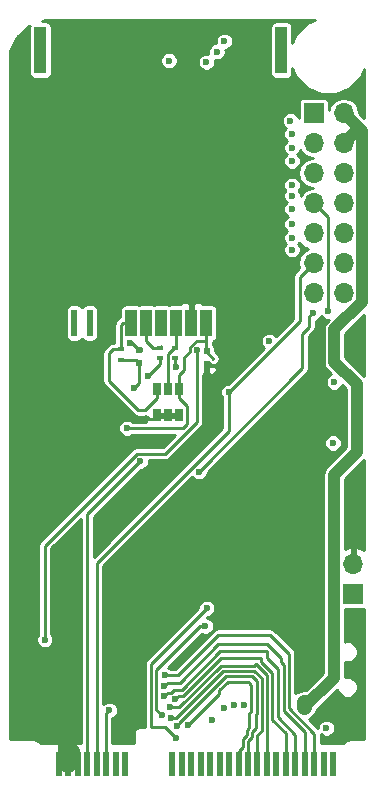
<source format=gbl>
G04 #@! TF.FileFunction,Copper,L4,Bot,Signal*
%FSLAX46Y46*%
G04 Gerber Fmt 4.6, Leading zero omitted, Abs format (unit mm)*
G04 Created by KiCad (PCBNEW 4.0.7) date 06/11/18 13:45:27*
%MOMM*%
%LPD*%
G01*
G04 APERTURE LIST*
%ADD10C,0.100000*%
%ADD11R,0.600000X2.000000*%
%ADD12C,0.600000*%
%ADD13R,1.000000X2.300000*%
%ADD14R,0.500000X2.300000*%
%ADD15R,1.000000X4.000000*%
%ADD16R,1.700000X1.700000*%
%ADD17O,1.700000X1.700000*%
%ADD18R,0.500000X0.600000*%
%ADD19R,0.650000X1.060000*%
%ADD20R,0.600000X0.400000*%
%ADD21C,0.250000*%
%ADD22C,1.500000*%
%ADD23C,1.000000*%
%ADD24C,1.300000*%
%ADD25C,0.254000*%
G04 APERTURE END LIST*
D10*
D11*
X131665001Y-126785001D03*
X132465001Y-126785001D03*
X133265001Y-126785001D03*
X134065001Y-126785001D03*
X134865001Y-126785001D03*
X135665001Y-126785001D03*
X136465001Y-126785001D03*
X137265001Y-126785001D03*
X141265001Y-126785001D03*
X142065001Y-126785001D03*
X142865001Y-126785001D03*
X143665001Y-126785001D03*
X144465001Y-126785001D03*
X145265001Y-126785001D03*
X146065001Y-126785001D03*
X146865001Y-126785001D03*
X147665001Y-126785001D03*
X148465001Y-126785001D03*
X149265001Y-126785001D03*
X150065001Y-126785001D03*
X150865001Y-126785001D03*
X151665001Y-126785001D03*
X152465001Y-126785001D03*
X153265001Y-126785001D03*
X154065001Y-126785001D03*
X154865001Y-126785001D03*
D12*
X152810000Y-107660000D03*
X153280000Y-102450000D03*
X151180000Y-102550000D03*
D13*
X144147000Y-89425000D03*
X142877000Y-89425000D03*
X141607000Y-89425000D03*
X139067000Y-89425000D03*
X137797000Y-89425000D03*
X140337000Y-89425000D03*
D14*
X134257000Y-89425000D03*
X132957000Y-89425000D03*
D15*
X150497000Y-66325000D03*
X130097000Y-66325000D03*
D12*
X130220000Y-81740000D03*
X151140000Y-70150000D03*
X148450000Y-65150000D03*
X147910000Y-67420000D03*
X147800000Y-66000000D03*
X135430000Y-67160000D03*
X133410000Y-68500000D03*
X134570000Y-65450000D03*
X136860000Y-66300000D03*
X133000000Y-66640000D03*
X130930000Y-69760000D03*
X129860000Y-71710000D03*
X129160000Y-81730000D03*
X129910000Y-84450000D03*
X130940000Y-84420000D03*
X132080000Y-84420000D03*
X129070000Y-74210000D03*
X130280000Y-74520000D03*
X131790000Y-74860000D03*
X131840000Y-76070000D03*
X130820000Y-75890000D03*
X129240000Y-75830000D03*
X132600000Y-123780000D03*
X129380000Y-122440000D03*
X130310000Y-120140000D03*
X130760000Y-122760000D03*
X132320000Y-120420000D03*
X131750000Y-121750000D03*
X131780000Y-114370000D03*
X129460000Y-99300000D03*
X129770000Y-94440000D03*
X131310000Y-96590000D03*
X131360000Y-89440000D03*
X129570000Y-92860000D03*
X132330000Y-95770000D03*
X132020000Y-92090000D03*
X133430000Y-91380000D03*
X129770000Y-89860000D03*
X129430000Y-85570000D03*
X130130000Y-87610000D03*
X149110000Y-64170000D03*
X147110000Y-64170000D03*
X145110000Y-64170000D03*
X143110000Y-64170000D03*
X141110000Y-64170000D03*
X139110000Y-64170000D03*
X137110000Y-64170000D03*
X135110000Y-64170000D03*
X133110000Y-64170000D03*
X131990000Y-65420000D03*
X128030000Y-66120000D03*
X128030000Y-68120000D03*
X128030000Y-70120000D03*
X128030000Y-72120000D03*
X128030000Y-74120000D03*
X128030000Y-76120000D03*
X128030000Y-78120000D03*
X128030000Y-80120000D03*
X128030000Y-82120000D03*
X128030000Y-84120000D03*
X128030000Y-86120000D03*
X128030000Y-88120000D03*
X128030000Y-90120000D03*
X128030000Y-92120000D03*
X128030000Y-94120000D03*
X128030000Y-96120000D03*
X128030000Y-98120000D03*
X128030000Y-100120000D03*
X128030000Y-102120000D03*
X128030000Y-104120000D03*
X128030000Y-106120000D03*
X128030000Y-108120000D03*
X128030000Y-110120000D03*
X128030000Y-112120000D03*
X128030000Y-114120000D03*
X128030000Y-116120000D03*
X128030000Y-118120000D03*
X128030000Y-120120000D03*
X128030000Y-122120000D03*
X128030000Y-124120000D03*
X156770000Y-118910000D03*
X145280000Y-114590000D03*
X133340000Y-93060000D03*
X129700000Y-96810000D03*
X130530000Y-91150000D03*
X131100000Y-94070000D03*
X129080000Y-114840000D03*
X129240000Y-117780000D03*
X136610000Y-114990000D03*
X153430000Y-122940000D03*
D16*
X153230000Y-71650000D03*
D17*
X155770000Y-71650000D03*
X153230000Y-74190000D03*
X155770000Y-74190000D03*
X153230000Y-76730000D03*
X155770000Y-76730000D03*
X153230000Y-79270000D03*
X155770000Y-79270000D03*
X153230000Y-81810000D03*
X155770000Y-81810000D03*
X153230000Y-84350000D03*
X155770000Y-84350000D03*
X153230000Y-86890000D03*
X155770000Y-86890000D03*
D12*
X156720000Y-92741000D03*
X137670000Y-91090000D03*
X151767000Y-99980000D03*
X138720000Y-97560000D03*
X145036000Y-96297000D03*
X146052000Y-103409000D03*
D18*
X138432000Y-92783000D03*
X138432000Y-91683000D03*
X144160000Y-91824000D03*
X144160000Y-92924000D03*
D19*
X141861000Y-97227000D03*
X140911000Y-97227000D03*
X139961000Y-97227000D03*
X139961000Y-95027000D03*
X141861000Y-95027000D03*
X140911000Y-95027000D03*
D16*
X156570000Y-112350000D03*
D17*
X156570000Y-109810000D03*
D20*
X141510000Y-91529000D03*
X141510000Y-92429000D03*
X140210000Y-91529000D03*
X140210000Y-92429000D03*
X136908000Y-91656000D03*
X136908000Y-92556000D03*
D12*
X154960000Y-94440000D03*
X154860000Y-99580000D03*
X140596942Y-120166942D03*
X138041000Y-94896890D03*
X144147000Y-67341000D03*
X140610000Y-119270000D03*
X140972000Y-67214000D03*
X137416000Y-98329000D03*
X141149489Y-122870381D03*
X151386000Y-73437000D03*
X141044529Y-121957457D03*
X151259000Y-72294000D03*
X142560000Y-123490000D03*
X151386000Y-75723000D03*
X154434000Y-88423000D03*
X146052000Y-95281000D03*
X138559000Y-101123000D03*
X153164000Y-88550000D03*
X143512000Y-102012000D03*
X141590000Y-124580000D03*
X144180000Y-113570000D03*
X151386000Y-78644000D03*
X147314950Y-121760000D03*
X151386000Y-83216000D03*
X146516130Y-121803476D03*
X149481000Y-90963000D03*
X141494380Y-121295915D03*
X145671000Y-65563000D03*
X141607000Y-93122000D03*
X140590000Y-121020000D03*
X139206000Y-93933984D03*
X145036000Y-66452000D03*
X154310000Y-123730000D03*
X151386000Y-82200000D03*
X145592843Y-122057244D03*
X151386000Y-81057000D03*
X144660000Y-123070000D03*
X151386000Y-79787000D03*
X140353908Y-122627534D03*
X144060000Y-115090000D03*
X151386000Y-77755000D03*
X135917400Y-122217700D03*
X130469100Y-116236000D03*
X143355401Y-91749484D03*
X141630000Y-123510000D03*
X151386000Y-74580000D03*
X152440000Y-121980000D03*
D21*
X138720000Y-97560000D02*
X139628000Y-97560000D01*
X139628000Y-97560000D02*
X139961000Y-97227000D01*
D22*
X130939000Y-122759000D02*
X130939000Y-120681000D01*
X132465001Y-126785001D02*
X132465001Y-124285001D01*
X132465001Y-124285001D02*
X130939000Y-122759000D01*
D21*
X137670000Y-91090000D02*
X137839000Y-91090000D01*
X137839000Y-91090000D02*
X138432000Y-91683000D01*
X138432000Y-91683000D02*
X138390000Y-91683000D01*
X131193000Y-120808000D02*
X131665001Y-121280001D01*
X131665001Y-121280001D02*
X131665001Y-126785001D01*
X131193000Y-124263000D02*
X131193000Y-120808000D01*
X132465001Y-126785001D02*
X132465001Y-125535001D01*
X132465001Y-125535001D02*
X131193000Y-124263000D01*
X130812000Y-123082000D02*
X130812000Y-119919000D01*
X133265001Y-126785001D02*
X133265001Y-125535001D01*
X133265001Y-125535001D02*
X130812000Y-123082000D01*
X140596942Y-120166942D02*
X140896941Y-119866943D01*
X141873057Y-119866943D02*
X145130000Y-116610000D01*
X150500000Y-118170000D02*
X150679990Y-118349990D01*
X140896941Y-119866943D02*
X141873057Y-119866943D01*
X145130000Y-116610000D02*
X149290000Y-116610000D01*
X150500000Y-117820000D02*
X150500000Y-118170000D01*
X149290000Y-116610000D02*
X150500000Y-117820000D01*
X150679990Y-118349990D02*
X150679991Y-122235273D01*
X150679991Y-122235273D02*
X152465001Y-124020283D01*
X152465001Y-124020283D02*
X152465001Y-126785001D01*
X138432000Y-92783000D02*
X138432000Y-94505890D01*
X138432000Y-94505890D02*
X138041000Y-94896890D01*
X136908000Y-92556000D02*
X138205000Y-92556000D01*
X138205000Y-92556000D02*
X138432000Y-92783000D01*
X138517441Y-92868441D02*
X138432000Y-92783000D01*
X140610000Y-119270000D02*
X141700000Y-119270000D01*
X141700000Y-119270000D02*
X145140000Y-115830000D01*
X145140000Y-115830000D02*
X149510000Y-115830000D01*
X153265001Y-124183873D02*
X153265001Y-125535001D01*
X149510000Y-115830000D02*
X151130000Y-117450000D01*
X151130000Y-117450000D02*
X151130000Y-122048872D01*
X151130000Y-122048872D02*
X153265001Y-124183873D01*
X153265001Y-125535001D02*
X153265001Y-126785001D01*
X142724600Y-91496400D02*
X143308800Y-90912200D01*
X142280100Y-93373902D02*
X142280100Y-92334600D01*
X142724600Y-91496400D02*
X142724600Y-91890100D01*
X142724600Y-91890100D02*
X142280100Y-92334600D01*
X141861000Y-95027000D02*
X141861000Y-93793002D01*
X141861000Y-93793002D02*
X142280100Y-93373902D01*
X143308800Y-90912200D02*
X144059800Y-90912200D01*
X144059800Y-90912200D02*
X144147000Y-90825000D01*
X144147000Y-90825000D02*
X144147000Y-89425000D01*
X144735001Y-92449001D02*
X144160000Y-91874000D01*
X144160000Y-91874000D02*
X144160000Y-91824000D01*
X141861000Y-95027000D02*
X141861000Y-95807000D01*
X141861000Y-95807000D02*
X142511001Y-96457001D01*
X142511001Y-96457001D02*
X142511001Y-98017001D01*
X142511001Y-98017001D02*
X142199002Y-98329000D01*
X142199002Y-98329000D02*
X137416000Y-98329000D01*
X144147000Y-89425000D02*
X144147000Y-91811000D01*
X144147000Y-91811000D02*
X144160000Y-91824000D01*
X141149489Y-122870381D02*
X141578849Y-122870381D01*
X141578849Y-122870381D02*
X145569220Y-118880010D01*
X145569220Y-118880010D02*
X148210010Y-118880010D01*
X148814991Y-122718601D02*
X148814991Y-123930010D01*
X148210010Y-118880010D02*
X148839970Y-119509970D01*
X148839970Y-119509970D02*
X148839970Y-122693622D01*
X148839970Y-122693622D02*
X148814991Y-122718601D01*
X148814991Y-123930010D02*
X148465001Y-124280000D01*
X148465001Y-124280000D02*
X148465001Y-126785001D01*
X141044529Y-121957457D02*
X141855363Y-121957457D01*
X141855363Y-121957457D02*
X145382820Y-118430000D01*
X149289980Y-119216390D02*
X149289980Y-122880022D01*
X149289980Y-122880022D02*
X149265001Y-122905001D01*
X148353570Y-118279980D02*
X149289980Y-119216390D01*
X145382820Y-118430000D02*
X148200000Y-118430000D01*
X148200000Y-118430000D02*
X148353570Y-118276430D01*
X148353570Y-118276430D02*
X148353570Y-118279980D01*
X149265001Y-122905001D02*
X149265001Y-126785001D01*
X146865001Y-126785001D02*
X146865001Y-125650000D01*
X147214992Y-125300009D02*
X146865001Y-125650000D01*
X147214992Y-124663599D02*
X147214992Y-125300009D01*
X147780000Y-123692181D02*
X147560000Y-123912181D01*
X147560000Y-123912181D02*
X147560000Y-124318591D01*
X147560000Y-124318591D02*
X147214992Y-124663599D01*
X147939950Y-120089950D02*
X147939950Y-122320822D01*
X147939950Y-122320822D02*
X147780000Y-122480772D01*
X147780000Y-122480772D02*
X147780000Y-123692181D01*
X147780000Y-119780030D02*
X147780000Y-119930000D01*
X147780000Y-119930000D02*
X147939950Y-120089950D01*
X145959970Y-119780030D02*
X147780000Y-119780030D01*
X145221025Y-120828975D02*
X145221025Y-120518975D01*
X145221025Y-120518975D02*
X145959970Y-119780030D01*
X142560000Y-123490000D02*
X145221025Y-120828975D01*
X140210000Y-91529000D02*
X139660000Y-91529000D01*
X139660000Y-91529000D02*
X139067000Y-90936000D01*
X139067000Y-90936000D02*
X139067000Y-90825000D01*
X139067000Y-90825000D02*
X139067000Y-89425000D01*
X140337000Y-91402000D02*
X140210000Y-91529000D01*
X154434000Y-88423000D02*
X154434000Y-86354998D01*
X154434000Y-86354998D02*
X154405001Y-86325999D01*
X154405001Y-86325999D02*
X154405001Y-80445001D01*
X154405001Y-80445001D02*
X154079999Y-80119999D01*
X154079999Y-80119999D02*
X153230000Y-79270000D01*
X146052000Y-98583000D02*
X146015998Y-98583000D01*
X146015998Y-98583000D02*
X134865001Y-109733997D01*
X134865001Y-109733997D02*
X134865001Y-125535001D01*
X134865001Y-125535001D02*
X134865001Y-126785001D01*
X146052000Y-98583000D02*
X146052000Y-95281000D01*
X146052000Y-95281000D02*
X152054999Y-89278001D01*
X152054999Y-89278001D02*
X152054999Y-85525001D01*
X152054999Y-85525001D02*
X152380001Y-85199999D01*
X152380001Y-85199999D02*
X153230000Y-84350000D01*
X134065001Y-105616999D02*
X138559000Y-101123000D01*
X134065001Y-126785001D02*
X134065001Y-105616999D01*
X153164000Y-88550000D02*
X152864001Y-88849999D01*
X152864001Y-88849999D02*
X152864001Y-89738999D01*
X152864001Y-89738999D02*
X152275000Y-90328000D01*
X143512000Y-102012000D02*
X152275000Y-93249000D01*
X152275000Y-93249000D02*
X152275000Y-90328000D01*
X139464464Y-123635536D02*
X140645536Y-123635536D01*
X140645536Y-123635536D02*
X141590000Y-124580000D01*
X144180000Y-113570000D02*
X139464464Y-118285536D01*
X139464464Y-118285536D02*
X139464464Y-123635536D01*
X141494380Y-121295915D02*
X141794379Y-120995916D01*
X141794379Y-120995916D02*
X142180494Y-120995916D01*
X142180494Y-120995916D02*
X145396410Y-117780000D01*
X149739990Y-121910000D02*
X149739990Y-122040000D01*
X149739990Y-122040000D02*
X149739990Y-123039990D01*
X148803580Y-118093580D02*
X149739990Y-119029990D01*
X149739990Y-119029990D02*
X149739990Y-122040000D01*
X145396410Y-117780000D02*
X148750000Y-117780000D01*
X148750000Y-117780000D02*
X148803580Y-117833580D01*
X148803580Y-117833580D02*
X148803580Y-118093580D01*
X149739990Y-123039990D02*
X150865001Y-124165001D01*
X150865001Y-124165001D02*
X150865001Y-126785001D01*
X141510000Y-92429000D02*
X141510000Y-93025000D01*
X141510000Y-93025000D02*
X141607000Y-93122000D01*
X140590000Y-121020000D02*
X140889999Y-120720001D01*
X141186409Y-120720001D02*
X141406410Y-120500000D01*
X140889999Y-120720001D02*
X141186409Y-120720001D01*
X141406410Y-120500000D02*
X142039999Y-120500001D01*
X142039999Y-120500001D02*
X145330000Y-117210000D01*
X145330000Y-117210000D02*
X149253590Y-117210000D01*
X149253590Y-117210000D02*
X149253590Y-117773590D01*
X149253590Y-117773590D02*
X150210000Y-118730000D01*
X150210000Y-118730000D02*
X150210000Y-121490000D01*
X150210000Y-121490000D02*
X150190000Y-121510000D01*
X150190000Y-121320000D02*
X150190000Y-121510000D01*
X150190000Y-121510000D02*
X150190000Y-122810000D01*
X150190000Y-122810000D02*
X151665001Y-124285001D01*
X151665001Y-124285001D02*
X151665001Y-126785001D01*
X140210000Y-92702900D02*
X140210000Y-92880000D01*
X140210000Y-92429000D02*
X140210000Y-92702900D01*
X140210000Y-92702900D02*
X140210000Y-92929984D01*
X140210000Y-92929984D02*
X139206000Y-93933984D01*
X140210000Y-92429000D02*
X140110000Y-92429000D01*
X139914474Y-119180000D02*
X139914474Y-122188100D01*
X139914474Y-122188100D02*
X140353908Y-122627534D01*
X144060000Y-115090000D02*
X143635736Y-115090000D01*
X143635736Y-115090000D02*
X139914474Y-118811262D01*
X139914474Y-118811262D02*
X139914474Y-119180000D01*
X135917400Y-122217700D02*
X135617401Y-122517699D01*
X135617401Y-122517699D02*
X135617401Y-126737401D01*
X135617401Y-126737401D02*
X135665001Y-126785001D01*
X130469100Y-108287898D02*
X130469100Y-116236000D01*
X143321500Y-97681300D02*
X143321500Y-97842912D01*
X143321500Y-97842912D02*
X140666413Y-100497999D01*
X140666413Y-100497999D02*
X138258999Y-100497999D01*
X138258999Y-100497999D02*
X130469100Y-108287898D01*
X143321500Y-91750400D02*
X143321500Y-97681300D01*
X141630000Y-123510000D02*
X141929999Y-123210001D01*
X141929999Y-123210001D02*
X141929999Y-123173591D01*
X148364981Y-122532201D02*
X148364981Y-123743610D01*
X141929999Y-123173591D02*
X145773570Y-119330020D01*
X145773570Y-119330020D02*
X148020020Y-119330020D01*
X148020020Y-119330020D02*
X148389960Y-119699960D01*
X147665001Y-124850000D02*
X147665001Y-126785001D01*
X148389960Y-119699960D02*
X148389960Y-122507222D01*
X148364981Y-123743610D02*
X148014991Y-124093600D01*
X148389960Y-122507222D02*
X148364981Y-122532201D01*
X148014991Y-124500010D02*
X147665001Y-124850000D01*
X148014991Y-124093600D02*
X148014991Y-124500010D01*
X139961000Y-95027000D02*
X139961000Y-95807000D01*
X139961000Y-95807000D02*
X138972999Y-96795001D01*
X138972999Y-96795001D02*
X138385999Y-96795001D01*
X136215000Y-91656000D02*
X136908000Y-91656000D01*
X138385999Y-96795001D02*
X135892000Y-94301002D01*
X135892000Y-94301002D02*
X135892000Y-91979000D01*
X135892000Y-91979000D02*
X136215000Y-91656000D01*
X136908000Y-91656000D02*
X136908000Y-89564000D01*
X136908000Y-89564000D02*
X137047000Y-89425000D01*
X137047000Y-89425000D02*
X137797000Y-89425000D01*
X140911000Y-95027000D02*
X140911000Y-94247000D01*
X140911000Y-94247000D02*
X140884999Y-94220999D01*
X140884999Y-94220999D02*
X140884999Y-92054001D01*
X140884999Y-92054001D02*
X141410000Y-91529000D01*
X141410000Y-91529000D02*
X141510000Y-91529000D01*
X141607000Y-89425000D02*
X141607000Y-91432000D01*
X141607000Y-91432000D02*
X141510000Y-91529000D01*
D23*
X156870000Y-94610000D02*
X154989999Y-92729999D01*
X154989999Y-92729999D02*
X154989999Y-89964003D01*
X156870000Y-100350000D02*
X156870000Y-94610000D01*
X154939999Y-102280001D02*
X156870000Y-100350000D01*
X154939999Y-113600000D02*
X154939999Y-102280001D01*
X152440000Y-121980000D02*
X154939999Y-119480001D01*
X154939999Y-113600000D02*
X154989999Y-113550000D01*
X154939999Y-119480001D02*
X154939999Y-113600000D01*
D24*
X152440000Y-121980000D02*
X152440000Y-121555736D01*
D23*
X155770000Y-74190000D02*
X156619999Y-73340001D01*
X156619999Y-73340001D02*
X157180001Y-73340001D01*
X157180001Y-73340001D02*
X157320001Y-73200001D01*
X154989999Y-89964003D02*
X157320001Y-87634001D01*
X157320001Y-87634001D02*
X157320001Y-73200001D01*
X157320001Y-73200001D02*
X156619999Y-72499999D01*
X156619999Y-72499999D02*
X155770000Y-71650000D01*
D25*
G36*
X157513000Y-124613000D02*
X156680000Y-124613000D01*
X156673787Y-124614236D01*
X156646608Y-124613289D01*
X156592136Y-124622165D01*
X156536942Y-124622165D01*
X156226972Y-124683823D01*
X156226967Y-124683823D01*
X156130033Y-124723975D01*
X156055018Y-124755047D01*
X156055016Y-124755049D01*
X155792236Y-124930633D01*
X155750585Y-124972284D01*
X153817001Y-124971656D01*
X153817001Y-124265171D01*
X153897650Y-124345961D01*
X154164756Y-124456874D01*
X154453975Y-124457126D01*
X154721275Y-124346680D01*
X154925961Y-124142350D01*
X155036874Y-123875244D01*
X155037126Y-123586025D01*
X154926680Y-123318725D01*
X154722350Y-123114039D01*
X154455244Y-123003126D01*
X154166025Y-123002874D01*
X153898725Y-123113320D01*
X153694039Y-123317650D01*
X153583126Y-123584756D01*
X153583007Y-123721233D01*
X152839340Y-122977566D01*
X152852150Y-122975018D01*
X153201554Y-122741554D01*
X153435018Y-122392150D01*
X153458903Y-122272073D01*
X155234616Y-120496360D01*
X155346082Y-120766131D01*
X155592571Y-121013051D01*
X155914789Y-121146847D01*
X156263681Y-121147151D01*
X156586131Y-121013918D01*
X156833051Y-120767429D01*
X156966847Y-120445211D01*
X156967151Y-120096319D01*
X156833918Y-119773869D01*
X156587429Y-119526949D01*
X156265211Y-119393153D01*
X155916319Y-119392849D01*
X155866999Y-119413228D01*
X155866999Y-118127003D01*
X155914789Y-118146847D01*
X156263681Y-118147151D01*
X156586131Y-118013918D01*
X156833051Y-117767429D01*
X156966847Y-117445211D01*
X156967151Y-117096319D01*
X156833918Y-116773869D01*
X156587429Y-116526949D01*
X156265211Y-116393153D01*
X155916319Y-116392849D01*
X155866999Y-116413228D01*
X155866999Y-113801369D01*
X155900019Y-113635365D01*
X157420000Y-113635365D01*
X157513000Y-113617866D01*
X157513000Y-124613000D01*
X157513000Y-124613000D01*
G37*
X157513000Y-124613000D02*
X156680000Y-124613000D01*
X156673787Y-124614236D01*
X156646608Y-124613289D01*
X156592136Y-124622165D01*
X156536942Y-124622165D01*
X156226972Y-124683823D01*
X156226967Y-124683823D01*
X156130033Y-124723975D01*
X156055018Y-124755047D01*
X156055016Y-124755049D01*
X155792236Y-124930633D01*
X155750585Y-124972284D01*
X153817001Y-124971656D01*
X153817001Y-124265171D01*
X153897650Y-124345961D01*
X154164756Y-124456874D01*
X154453975Y-124457126D01*
X154721275Y-124346680D01*
X154925961Y-124142350D01*
X155036874Y-123875244D01*
X155037126Y-123586025D01*
X154926680Y-123318725D01*
X154722350Y-123114039D01*
X154455244Y-123003126D01*
X154166025Y-123002874D01*
X153898725Y-123113320D01*
X153694039Y-123317650D01*
X153583126Y-123584756D01*
X153583007Y-123721233D01*
X152839340Y-122977566D01*
X152852150Y-122975018D01*
X153201554Y-122741554D01*
X153435018Y-122392150D01*
X153458903Y-122272073D01*
X155234616Y-120496360D01*
X155346082Y-120766131D01*
X155592571Y-121013051D01*
X155914789Y-121146847D01*
X156263681Y-121147151D01*
X156586131Y-121013918D01*
X156833051Y-120767429D01*
X156966847Y-120445211D01*
X156967151Y-120096319D01*
X156833918Y-119773869D01*
X156587429Y-119526949D01*
X156265211Y-119393153D01*
X155916319Y-119392849D01*
X155866999Y-119413228D01*
X155866999Y-118127003D01*
X155914789Y-118146847D01*
X156263681Y-118147151D01*
X156586131Y-118013918D01*
X156833051Y-117767429D01*
X156966847Y-117445211D01*
X156967151Y-117096319D01*
X156833918Y-116773869D01*
X156587429Y-116526949D01*
X156265211Y-116393153D01*
X155916319Y-116392849D01*
X155866999Y-116413228D01*
X155866999Y-113801369D01*
X155900019Y-113635365D01*
X157420000Y-113635365D01*
X157513000Y-113617866D01*
X157513000Y-124613000D01*
G36*
X154021650Y-89038961D02*
X154288756Y-89149874D01*
X154492974Y-89150052D01*
X154334511Y-89308515D01*
X154133563Y-89609255D01*
X154062999Y-89964003D01*
X154062999Y-92729999D01*
X154133563Y-93084747D01*
X154288953Y-93317304D01*
X154334511Y-93385487D01*
X154706962Y-93757938D01*
X154548725Y-93823320D01*
X154344039Y-94027650D01*
X154233126Y-94294756D01*
X154232874Y-94583975D01*
X154343320Y-94851275D01*
X154547650Y-95055961D01*
X154814756Y-95166874D01*
X155103975Y-95167126D01*
X155371275Y-95056680D01*
X155575961Y-94852350D01*
X155642099Y-94693075D01*
X155943000Y-94993976D01*
X155943000Y-99966024D01*
X154284511Y-101624513D01*
X154083563Y-101925253D01*
X154012999Y-102280001D01*
X154012999Y-119096025D01*
X152598717Y-120510307D01*
X152440000Y-120478736D01*
X152027850Y-120560718D01*
X151682000Y-120791807D01*
X151682000Y-117450000D01*
X151646200Y-117270018D01*
X151639982Y-117238758D01*
X151520323Y-117059677D01*
X149900323Y-115439677D01*
X149721242Y-115320018D01*
X149510000Y-115278000D01*
X145140000Y-115278000D01*
X144928758Y-115320018D01*
X144749677Y-115439677D01*
X141471354Y-118718000D01*
X141086200Y-118718000D01*
X141022350Y-118654039D01*
X140902224Y-118604158D01*
X143755597Y-115750785D01*
X143914756Y-115816874D01*
X144203975Y-115817126D01*
X144471275Y-115706680D01*
X144675961Y-115502350D01*
X144786874Y-115235244D01*
X144787126Y-114946025D01*
X144676680Y-114678725D01*
X144472350Y-114474039D01*
X144205244Y-114363126D01*
X144167553Y-114363093D01*
X144233599Y-114297047D01*
X144323975Y-114297126D01*
X144591275Y-114186680D01*
X144795961Y-113982350D01*
X144906874Y-113715244D01*
X144907126Y-113426025D01*
X144796680Y-113158725D01*
X144592350Y-112954039D01*
X144325244Y-112843126D01*
X144036025Y-112842874D01*
X143768725Y-112953320D01*
X143564039Y-113157650D01*
X143453126Y-113424756D01*
X143453046Y-113516308D01*
X139074141Y-117895213D01*
X138954482Y-118074294D01*
X138941661Y-118138749D01*
X138912464Y-118285536D01*
X138912464Y-123635536D01*
X138915938Y-123653000D01*
X138460000Y-123653000D01*
X138277460Y-123689309D01*
X138122710Y-123792710D01*
X138019309Y-123947460D01*
X137983000Y-124130000D01*
X137983000Y-124966520D01*
X136169401Y-124965932D01*
X136169401Y-122900191D01*
X136328675Y-122834380D01*
X136533361Y-122630050D01*
X136644274Y-122362944D01*
X136644526Y-122073725D01*
X136534080Y-121806425D01*
X136329750Y-121601739D01*
X136062644Y-121490826D01*
X135773425Y-121490574D01*
X135506125Y-121601020D01*
X135417001Y-121689989D01*
X135417001Y-109962643D01*
X142925818Y-102453826D01*
X143099650Y-102627961D01*
X143366756Y-102738874D01*
X143655975Y-102739126D01*
X143923275Y-102628680D01*
X144127961Y-102424350D01*
X144238874Y-102157244D01*
X144238954Y-102065692D01*
X146580671Y-99723975D01*
X154132874Y-99723975D01*
X154243320Y-99991275D01*
X154447650Y-100195961D01*
X154714756Y-100306874D01*
X155003975Y-100307126D01*
X155271275Y-100196680D01*
X155475961Y-99992350D01*
X155586874Y-99725244D01*
X155587126Y-99436025D01*
X155476680Y-99168725D01*
X155272350Y-98964039D01*
X155005244Y-98853126D01*
X154716025Y-98852874D01*
X154448725Y-98963320D01*
X154244039Y-99167650D01*
X154133126Y-99434756D01*
X154132874Y-99723975D01*
X146580671Y-99723975D01*
X152665323Y-93639323D01*
X152701525Y-93585143D01*
X152784982Y-93460241D01*
X152827000Y-93249000D01*
X152827000Y-90556646D01*
X153254324Y-90129322D01*
X153373983Y-89950241D01*
X153416001Y-89738999D01*
X153416001Y-89232491D01*
X153575275Y-89166680D01*
X153779961Y-88962350D01*
X153828495Y-88845469D01*
X154021650Y-89038961D01*
X154021650Y-89038961D01*
G37*
X154021650Y-89038961D02*
X154288756Y-89149874D01*
X154492974Y-89150052D01*
X154334511Y-89308515D01*
X154133563Y-89609255D01*
X154062999Y-89964003D01*
X154062999Y-92729999D01*
X154133563Y-93084747D01*
X154288953Y-93317304D01*
X154334511Y-93385487D01*
X154706962Y-93757938D01*
X154548725Y-93823320D01*
X154344039Y-94027650D01*
X154233126Y-94294756D01*
X154232874Y-94583975D01*
X154343320Y-94851275D01*
X154547650Y-95055961D01*
X154814756Y-95166874D01*
X155103975Y-95167126D01*
X155371275Y-95056680D01*
X155575961Y-94852350D01*
X155642099Y-94693075D01*
X155943000Y-94993976D01*
X155943000Y-99966024D01*
X154284511Y-101624513D01*
X154083563Y-101925253D01*
X154012999Y-102280001D01*
X154012999Y-119096025D01*
X152598717Y-120510307D01*
X152440000Y-120478736D01*
X152027850Y-120560718D01*
X151682000Y-120791807D01*
X151682000Y-117450000D01*
X151646200Y-117270018D01*
X151639982Y-117238758D01*
X151520323Y-117059677D01*
X149900323Y-115439677D01*
X149721242Y-115320018D01*
X149510000Y-115278000D01*
X145140000Y-115278000D01*
X144928758Y-115320018D01*
X144749677Y-115439677D01*
X141471354Y-118718000D01*
X141086200Y-118718000D01*
X141022350Y-118654039D01*
X140902224Y-118604158D01*
X143755597Y-115750785D01*
X143914756Y-115816874D01*
X144203975Y-115817126D01*
X144471275Y-115706680D01*
X144675961Y-115502350D01*
X144786874Y-115235244D01*
X144787126Y-114946025D01*
X144676680Y-114678725D01*
X144472350Y-114474039D01*
X144205244Y-114363126D01*
X144167553Y-114363093D01*
X144233599Y-114297047D01*
X144323975Y-114297126D01*
X144591275Y-114186680D01*
X144795961Y-113982350D01*
X144906874Y-113715244D01*
X144907126Y-113426025D01*
X144796680Y-113158725D01*
X144592350Y-112954039D01*
X144325244Y-112843126D01*
X144036025Y-112842874D01*
X143768725Y-112953320D01*
X143564039Y-113157650D01*
X143453126Y-113424756D01*
X143453046Y-113516308D01*
X139074141Y-117895213D01*
X138954482Y-118074294D01*
X138941661Y-118138749D01*
X138912464Y-118285536D01*
X138912464Y-123635536D01*
X138915938Y-123653000D01*
X138460000Y-123653000D01*
X138277460Y-123689309D01*
X138122710Y-123792710D01*
X138019309Y-123947460D01*
X137983000Y-124130000D01*
X137983000Y-124966520D01*
X136169401Y-124965932D01*
X136169401Y-122900191D01*
X136328675Y-122834380D01*
X136533361Y-122630050D01*
X136644274Y-122362944D01*
X136644526Y-122073725D01*
X136534080Y-121806425D01*
X136329750Y-121601739D01*
X136062644Y-121490826D01*
X135773425Y-121490574D01*
X135506125Y-121601020D01*
X135417001Y-121689989D01*
X135417001Y-109962643D01*
X142925818Y-102453826D01*
X143099650Y-102627961D01*
X143366756Y-102738874D01*
X143655975Y-102739126D01*
X143923275Y-102628680D01*
X144127961Y-102424350D01*
X144238874Y-102157244D01*
X144238954Y-102065692D01*
X146580671Y-99723975D01*
X154132874Y-99723975D01*
X154243320Y-99991275D01*
X154447650Y-100195961D01*
X154714756Y-100306874D01*
X155003975Y-100307126D01*
X155271275Y-100196680D01*
X155475961Y-99992350D01*
X155586874Y-99725244D01*
X155587126Y-99436025D01*
X155476680Y-99168725D01*
X155272350Y-98964039D01*
X155005244Y-98853126D01*
X154716025Y-98852874D01*
X154448725Y-98963320D01*
X154244039Y-99167650D01*
X154133126Y-99434756D01*
X154132874Y-99723975D01*
X146580671Y-99723975D01*
X152665323Y-93639323D01*
X152701525Y-93585143D01*
X152784982Y-93460241D01*
X152827000Y-93249000D01*
X152827000Y-90556646D01*
X153254324Y-90129322D01*
X153373983Y-89950241D01*
X153416001Y-89738999D01*
X153416001Y-89232491D01*
X153575275Y-89166680D01*
X153779961Y-88962350D01*
X153828495Y-88845469D01*
X154021650Y-89038961D01*
G36*
X152674439Y-64042687D02*
X151765877Y-64949664D01*
X151432365Y-65752851D01*
X151432365Y-64325000D01*
X151402591Y-64166763D01*
X151309073Y-64021433D01*
X151166381Y-63923936D01*
X150997000Y-63889635D01*
X149997000Y-63889635D01*
X149838763Y-63919409D01*
X149693433Y-64012927D01*
X149595936Y-64155619D01*
X149561635Y-64325000D01*
X149561635Y-68325000D01*
X149591409Y-68483237D01*
X149684927Y-68628567D01*
X149827619Y-68726064D01*
X149997000Y-68760365D01*
X150997000Y-68760365D01*
X151155237Y-68730591D01*
X151300567Y-68637073D01*
X151398064Y-68494381D01*
X151432365Y-68325000D01*
X151432365Y-67806120D01*
X151762687Y-68605561D01*
X152669664Y-69514123D01*
X153855294Y-70006439D01*
X155139074Y-70007559D01*
X156325561Y-69517313D01*
X157234123Y-68610336D01*
X157513000Y-67938725D01*
X157513000Y-72082024D01*
X157069794Y-71638818D01*
X156974812Y-71161313D01*
X156697993Y-70747025D01*
X156283705Y-70470206D01*
X155795018Y-70373000D01*
X155744982Y-70373000D01*
X155256295Y-70470206D01*
X154842007Y-70747025D01*
X154565188Y-71161313D01*
X154515365Y-71411790D01*
X154515365Y-70800000D01*
X154485591Y-70641763D01*
X154392073Y-70496433D01*
X154249381Y-70398936D01*
X154080000Y-70364635D01*
X152380000Y-70364635D01*
X152221763Y-70394409D01*
X152076433Y-70487927D01*
X151978936Y-70630619D01*
X151944635Y-70800000D01*
X151944635Y-72049609D01*
X151875680Y-71882725D01*
X151671350Y-71678039D01*
X151404244Y-71567126D01*
X151115025Y-71566874D01*
X150847725Y-71677320D01*
X150643039Y-71881650D01*
X150532126Y-72148756D01*
X150531874Y-72437975D01*
X150642320Y-72705275D01*
X150846650Y-72909961D01*
X150873683Y-72921186D01*
X150770039Y-73024650D01*
X150659126Y-73291756D01*
X150658874Y-73580975D01*
X150769320Y-73848275D01*
X150929366Y-74008600D01*
X150770039Y-74167650D01*
X150659126Y-74434756D01*
X150658874Y-74723975D01*
X150769320Y-74991275D01*
X150929366Y-75151600D01*
X150770039Y-75310650D01*
X150659126Y-75577756D01*
X150658874Y-75866975D01*
X150769320Y-76134275D01*
X150973650Y-76338961D01*
X151240756Y-76449874D01*
X151529975Y-76450126D01*
X151797275Y-76339680D01*
X152001961Y-76135350D01*
X152112874Y-75868244D01*
X152113126Y-75579025D01*
X152002680Y-75311725D01*
X151842634Y-75151400D01*
X152001961Y-74992350D01*
X152091190Y-74777465D01*
X152302007Y-75092975D01*
X152716295Y-75369794D01*
X153169791Y-75460000D01*
X152716295Y-75550206D01*
X152302007Y-75827025D01*
X152025188Y-76241313D01*
X151927982Y-76730000D01*
X152025188Y-77218687D01*
X152302007Y-77632975D01*
X152716295Y-77909794D01*
X153169791Y-78000000D01*
X152716295Y-78090206D01*
X152302007Y-78367025D01*
X152112995Y-78649900D01*
X152113126Y-78500025D01*
X152002680Y-78232725D01*
X151969634Y-78199621D01*
X152001961Y-78167350D01*
X152112874Y-77900244D01*
X152113126Y-77611025D01*
X152002680Y-77343725D01*
X151798350Y-77139039D01*
X151531244Y-77028126D01*
X151242025Y-77027874D01*
X150974725Y-77138320D01*
X150770039Y-77342650D01*
X150659126Y-77609756D01*
X150658874Y-77898975D01*
X150769320Y-78166275D01*
X150802366Y-78199379D01*
X150770039Y-78231650D01*
X150659126Y-78498756D01*
X150658874Y-78787975D01*
X150769320Y-79055275D01*
X150929366Y-79215600D01*
X150770039Y-79374650D01*
X150659126Y-79641756D01*
X150658874Y-79930975D01*
X150769320Y-80198275D01*
X150973650Y-80402961D01*
X151019282Y-80421909D01*
X150974725Y-80440320D01*
X150770039Y-80644650D01*
X150659126Y-80911756D01*
X150658874Y-81200975D01*
X150769320Y-81468275D01*
X150929366Y-81628600D01*
X150770039Y-81787650D01*
X150659126Y-82054756D01*
X150658874Y-82343975D01*
X150769320Y-82611275D01*
X150865866Y-82707989D01*
X150770039Y-82803650D01*
X150659126Y-83070756D01*
X150658874Y-83359975D01*
X150769320Y-83627275D01*
X150973650Y-83831961D01*
X151240756Y-83942874D01*
X151529975Y-83943126D01*
X151797275Y-83832680D01*
X152001961Y-83628350D01*
X152112874Y-83361244D01*
X152113126Y-83072025D01*
X152002680Y-82804725D01*
X151906134Y-82708011D01*
X151996033Y-82618268D01*
X152348642Y-83005183D01*
X152709583Y-83174691D01*
X152302007Y-83447025D01*
X152025188Y-83861313D01*
X151927982Y-84350000D01*
X152014483Y-84784871D01*
X151664676Y-85134678D01*
X151545017Y-85313759D01*
X151545017Y-85313760D01*
X151502999Y-85525001D01*
X151502999Y-89049355D01*
X150049197Y-90503157D01*
X149893350Y-90347039D01*
X149626244Y-90236126D01*
X149337025Y-90235874D01*
X149069725Y-90346320D01*
X148865039Y-90550650D01*
X148754126Y-90817756D01*
X148753874Y-91106975D01*
X148864320Y-91374275D01*
X149021063Y-91531291D01*
X145998401Y-94553953D01*
X145908025Y-94553874D01*
X145640725Y-94664320D01*
X145436039Y-94868650D01*
X145325126Y-95135756D01*
X145324874Y-95424975D01*
X145435320Y-95692275D01*
X145500000Y-95757068D01*
X145500000Y-98318352D01*
X134617001Y-109201351D01*
X134617001Y-105845645D01*
X138612599Y-101850047D01*
X138702975Y-101850126D01*
X138970275Y-101739680D01*
X139174961Y-101535350D01*
X139285874Y-101268244D01*
X139286064Y-101049999D01*
X140666413Y-101049999D01*
X140877655Y-101007981D01*
X141056736Y-100888322D01*
X143711823Y-98233235D01*
X143831482Y-98054154D01*
X143873500Y-97842912D01*
X143873500Y-93859000D01*
X143876250Y-93859000D01*
X144035000Y-93700250D01*
X144035000Y-93051000D01*
X144285000Y-93051000D01*
X144285000Y-93700250D01*
X144443750Y-93859000D01*
X144536310Y-93859000D01*
X144769699Y-93762327D01*
X144948327Y-93583698D01*
X145045000Y-93350309D01*
X145045000Y-93209750D01*
X144886250Y-93051000D01*
X144285000Y-93051000D01*
X144035000Y-93051000D01*
X144013000Y-93051000D01*
X144013000Y-92797000D01*
X144035000Y-92797000D01*
X144035000Y-92777000D01*
X144282354Y-92777000D01*
X144285000Y-92779646D01*
X144285000Y-92797000D01*
X144302354Y-92797000D01*
X144344678Y-92839324D01*
X144523759Y-92958983D01*
X144735001Y-93001001D01*
X144946243Y-92958983D01*
X145125324Y-92839324D01*
X145244983Y-92660243D01*
X145287001Y-92449001D01*
X145244983Y-92237759D01*
X145125324Y-92058678D01*
X144845365Y-91778719D01*
X144845365Y-91524000D01*
X144815591Y-91365763D01*
X144722073Y-91220433D01*
X144699000Y-91204668D01*
X144699000Y-91000581D01*
X144805237Y-90980591D01*
X144950567Y-90887073D01*
X145048064Y-90744381D01*
X145082365Y-90575000D01*
X145082365Y-88275000D01*
X145052591Y-88116763D01*
X144959073Y-87971433D01*
X144816381Y-87873936D01*
X144647000Y-87839635D01*
X143839661Y-87839635D01*
X143736698Y-87736673D01*
X143503309Y-87640000D01*
X143162750Y-87640000D01*
X143004000Y-87798750D01*
X143004000Y-89298000D01*
X143024000Y-89298000D01*
X143024000Y-89552000D01*
X143004000Y-89552000D01*
X143004000Y-89572000D01*
X142750000Y-89572000D01*
X142750000Y-89552000D01*
X142730000Y-89552000D01*
X142730000Y-89298000D01*
X142750000Y-89298000D01*
X142750000Y-87798750D01*
X142591250Y-87640000D01*
X142250691Y-87640000D01*
X142017302Y-87736673D01*
X141914339Y-87839635D01*
X141107000Y-87839635D01*
X140967042Y-87865970D01*
X140837000Y-87839635D01*
X139837000Y-87839635D01*
X139697042Y-87865970D01*
X139567000Y-87839635D01*
X138567000Y-87839635D01*
X138427042Y-87865970D01*
X138297000Y-87839635D01*
X137297000Y-87839635D01*
X137138763Y-87869409D01*
X136993433Y-87962927D01*
X136895936Y-88105619D01*
X136861635Y-88275000D01*
X136861635Y-88909871D01*
X136835758Y-88915018D01*
X136656677Y-89034677D01*
X136517677Y-89173677D01*
X136398018Y-89352758D01*
X136370870Y-89489242D01*
X136356000Y-89564000D01*
X136356000Y-91104000D01*
X136215000Y-91104000D01*
X136003758Y-91146018D01*
X135824677Y-91265677D01*
X135501677Y-91588677D01*
X135382018Y-91767758D01*
X135356036Y-91898381D01*
X135340000Y-91979000D01*
X135340000Y-94301002D01*
X135382018Y-94512244D01*
X135501677Y-94691325D01*
X137995676Y-97185324D01*
X138174757Y-97304983D01*
X138385999Y-97347001D01*
X138972999Y-97347001D01*
X139001000Y-97341431D01*
X139001000Y-97354002D01*
X139159748Y-97354002D01*
X139001000Y-97512750D01*
X139001000Y-97777000D01*
X137892200Y-97777000D01*
X137828350Y-97713039D01*
X137561244Y-97602126D01*
X137272025Y-97601874D01*
X137004725Y-97712320D01*
X136800039Y-97916650D01*
X136689126Y-98183756D01*
X136688874Y-98472975D01*
X136799320Y-98740275D01*
X137003650Y-98944961D01*
X137270756Y-99055874D01*
X137559975Y-99056126D01*
X137827275Y-98945680D01*
X137892068Y-98881000D01*
X141502766Y-98881000D01*
X140437767Y-99945999D01*
X138258999Y-99945999D01*
X138047757Y-99988017D01*
X137868676Y-100107676D01*
X130078777Y-107897575D01*
X129959118Y-108076656D01*
X129959118Y-108076657D01*
X129917100Y-108287898D01*
X129917100Y-115759800D01*
X129853139Y-115823650D01*
X129742226Y-116090756D01*
X129741974Y-116379975D01*
X129852420Y-116647275D01*
X130056750Y-116851961D01*
X130323856Y-116962874D01*
X130613075Y-116963126D01*
X130880375Y-116852680D01*
X131085061Y-116648350D01*
X131195974Y-116381244D01*
X131196226Y-116092025D01*
X131085780Y-115824725D01*
X131021100Y-115759932D01*
X131021100Y-108516544D01*
X133513001Y-106024643D01*
X133513001Y-124965070D01*
X130134771Y-124963975D01*
X129893500Y-124802763D01*
X129721552Y-124731539D01*
X129721551Y-124731539D01*
X129423058Y-124672165D01*
X129356076Y-124672165D01*
X129310000Y-124663000D01*
X127557000Y-124663000D01*
X127557000Y-88275000D01*
X132271635Y-88275000D01*
X132271635Y-90575000D01*
X132301409Y-90733237D01*
X132394927Y-90878567D01*
X132537619Y-90976064D01*
X132707000Y-91010365D01*
X133207000Y-91010365D01*
X133365237Y-90980591D01*
X133510567Y-90887073D01*
X133608064Y-90744381D01*
X133608188Y-90743771D01*
X133694927Y-90878567D01*
X133837619Y-90976064D01*
X134007000Y-91010365D01*
X134507000Y-91010365D01*
X134665237Y-90980591D01*
X134810567Y-90887073D01*
X134908064Y-90744381D01*
X134942365Y-90575000D01*
X134942365Y-88275000D01*
X134912591Y-88116763D01*
X134819073Y-87971433D01*
X134676381Y-87873936D01*
X134507000Y-87839635D01*
X134007000Y-87839635D01*
X133848763Y-87869409D01*
X133703433Y-87962927D01*
X133605936Y-88105619D01*
X133605812Y-88106229D01*
X133519073Y-87971433D01*
X133376381Y-87873936D01*
X133207000Y-87839635D01*
X132707000Y-87839635D01*
X132548763Y-87869409D01*
X132403433Y-87962927D01*
X132305936Y-88105619D01*
X132271635Y-88275000D01*
X127557000Y-88275000D01*
X127557000Y-66397264D01*
X128135512Y-65175981D01*
X129146531Y-64260741D01*
X129176840Y-64249916D01*
X129161635Y-64325000D01*
X129161635Y-68325000D01*
X129191409Y-68483237D01*
X129284927Y-68628567D01*
X129427619Y-68726064D01*
X129597000Y-68760365D01*
X130597000Y-68760365D01*
X130755237Y-68730591D01*
X130900567Y-68637073D01*
X130998064Y-68494381D01*
X131032365Y-68325000D01*
X131032365Y-67357975D01*
X140244874Y-67357975D01*
X140355320Y-67625275D01*
X140559650Y-67829961D01*
X140826756Y-67940874D01*
X141115975Y-67941126D01*
X141383275Y-67830680D01*
X141587961Y-67626350D01*
X141646665Y-67484975D01*
X143419874Y-67484975D01*
X143530320Y-67752275D01*
X143734650Y-67956961D01*
X144001756Y-68067874D01*
X144290975Y-68068126D01*
X144558275Y-67957680D01*
X144762961Y-67753350D01*
X144873874Y-67486244D01*
X144874126Y-67197025D01*
X144861629Y-67166779D01*
X144890756Y-67178874D01*
X145179975Y-67179126D01*
X145447275Y-67068680D01*
X145651961Y-66864350D01*
X145762874Y-66597244D01*
X145763126Y-66308025D01*
X145755709Y-66290074D01*
X145814975Y-66290126D01*
X146082275Y-66179680D01*
X146286961Y-65975350D01*
X146397874Y-65708244D01*
X146398126Y-65419025D01*
X146287680Y-65151725D01*
X146083350Y-64947039D01*
X145816244Y-64836126D01*
X145527025Y-64835874D01*
X145259725Y-64946320D01*
X145055039Y-65150650D01*
X144944126Y-65417756D01*
X144943874Y-65706975D01*
X144951291Y-65724926D01*
X144892025Y-65724874D01*
X144624725Y-65835320D01*
X144420039Y-66039650D01*
X144309126Y-66306756D01*
X144308874Y-66595975D01*
X144321371Y-66626221D01*
X144292244Y-66614126D01*
X144003025Y-66613874D01*
X143735725Y-66724320D01*
X143531039Y-66928650D01*
X143420126Y-67195756D01*
X143419874Y-67484975D01*
X141646665Y-67484975D01*
X141698874Y-67359244D01*
X141699126Y-67070025D01*
X141588680Y-66802725D01*
X141384350Y-66598039D01*
X141117244Y-66487126D01*
X140828025Y-66486874D01*
X140560725Y-66597320D01*
X140356039Y-66801650D01*
X140245126Y-67068756D01*
X140244874Y-67357975D01*
X131032365Y-67357975D01*
X131032365Y-64325000D01*
X131002591Y-64166763D01*
X130909073Y-64021433D01*
X130766381Y-63923936D01*
X130597000Y-63889635D01*
X130185646Y-63889635D01*
X130457857Y-63792419D01*
X130983670Y-63757000D01*
X153365855Y-63757000D01*
X152674439Y-64042687D01*
X152674439Y-64042687D01*
G37*
X152674439Y-64042687D02*
X151765877Y-64949664D01*
X151432365Y-65752851D01*
X151432365Y-64325000D01*
X151402591Y-64166763D01*
X151309073Y-64021433D01*
X151166381Y-63923936D01*
X150997000Y-63889635D01*
X149997000Y-63889635D01*
X149838763Y-63919409D01*
X149693433Y-64012927D01*
X149595936Y-64155619D01*
X149561635Y-64325000D01*
X149561635Y-68325000D01*
X149591409Y-68483237D01*
X149684927Y-68628567D01*
X149827619Y-68726064D01*
X149997000Y-68760365D01*
X150997000Y-68760365D01*
X151155237Y-68730591D01*
X151300567Y-68637073D01*
X151398064Y-68494381D01*
X151432365Y-68325000D01*
X151432365Y-67806120D01*
X151762687Y-68605561D01*
X152669664Y-69514123D01*
X153855294Y-70006439D01*
X155139074Y-70007559D01*
X156325561Y-69517313D01*
X157234123Y-68610336D01*
X157513000Y-67938725D01*
X157513000Y-72082024D01*
X157069794Y-71638818D01*
X156974812Y-71161313D01*
X156697993Y-70747025D01*
X156283705Y-70470206D01*
X155795018Y-70373000D01*
X155744982Y-70373000D01*
X155256295Y-70470206D01*
X154842007Y-70747025D01*
X154565188Y-71161313D01*
X154515365Y-71411790D01*
X154515365Y-70800000D01*
X154485591Y-70641763D01*
X154392073Y-70496433D01*
X154249381Y-70398936D01*
X154080000Y-70364635D01*
X152380000Y-70364635D01*
X152221763Y-70394409D01*
X152076433Y-70487927D01*
X151978936Y-70630619D01*
X151944635Y-70800000D01*
X151944635Y-72049609D01*
X151875680Y-71882725D01*
X151671350Y-71678039D01*
X151404244Y-71567126D01*
X151115025Y-71566874D01*
X150847725Y-71677320D01*
X150643039Y-71881650D01*
X150532126Y-72148756D01*
X150531874Y-72437975D01*
X150642320Y-72705275D01*
X150846650Y-72909961D01*
X150873683Y-72921186D01*
X150770039Y-73024650D01*
X150659126Y-73291756D01*
X150658874Y-73580975D01*
X150769320Y-73848275D01*
X150929366Y-74008600D01*
X150770039Y-74167650D01*
X150659126Y-74434756D01*
X150658874Y-74723975D01*
X150769320Y-74991275D01*
X150929366Y-75151600D01*
X150770039Y-75310650D01*
X150659126Y-75577756D01*
X150658874Y-75866975D01*
X150769320Y-76134275D01*
X150973650Y-76338961D01*
X151240756Y-76449874D01*
X151529975Y-76450126D01*
X151797275Y-76339680D01*
X152001961Y-76135350D01*
X152112874Y-75868244D01*
X152113126Y-75579025D01*
X152002680Y-75311725D01*
X151842634Y-75151400D01*
X152001961Y-74992350D01*
X152091190Y-74777465D01*
X152302007Y-75092975D01*
X152716295Y-75369794D01*
X153169791Y-75460000D01*
X152716295Y-75550206D01*
X152302007Y-75827025D01*
X152025188Y-76241313D01*
X151927982Y-76730000D01*
X152025188Y-77218687D01*
X152302007Y-77632975D01*
X152716295Y-77909794D01*
X153169791Y-78000000D01*
X152716295Y-78090206D01*
X152302007Y-78367025D01*
X152112995Y-78649900D01*
X152113126Y-78500025D01*
X152002680Y-78232725D01*
X151969634Y-78199621D01*
X152001961Y-78167350D01*
X152112874Y-77900244D01*
X152113126Y-77611025D01*
X152002680Y-77343725D01*
X151798350Y-77139039D01*
X151531244Y-77028126D01*
X151242025Y-77027874D01*
X150974725Y-77138320D01*
X150770039Y-77342650D01*
X150659126Y-77609756D01*
X150658874Y-77898975D01*
X150769320Y-78166275D01*
X150802366Y-78199379D01*
X150770039Y-78231650D01*
X150659126Y-78498756D01*
X150658874Y-78787975D01*
X150769320Y-79055275D01*
X150929366Y-79215600D01*
X150770039Y-79374650D01*
X150659126Y-79641756D01*
X150658874Y-79930975D01*
X150769320Y-80198275D01*
X150973650Y-80402961D01*
X151019282Y-80421909D01*
X150974725Y-80440320D01*
X150770039Y-80644650D01*
X150659126Y-80911756D01*
X150658874Y-81200975D01*
X150769320Y-81468275D01*
X150929366Y-81628600D01*
X150770039Y-81787650D01*
X150659126Y-82054756D01*
X150658874Y-82343975D01*
X150769320Y-82611275D01*
X150865866Y-82707989D01*
X150770039Y-82803650D01*
X150659126Y-83070756D01*
X150658874Y-83359975D01*
X150769320Y-83627275D01*
X150973650Y-83831961D01*
X151240756Y-83942874D01*
X151529975Y-83943126D01*
X151797275Y-83832680D01*
X152001961Y-83628350D01*
X152112874Y-83361244D01*
X152113126Y-83072025D01*
X152002680Y-82804725D01*
X151906134Y-82708011D01*
X151996033Y-82618268D01*
X152348642Y-83005183D01*
X152709583Y-83174691D01*
X152302007Y-83447025D01*
X152025188Y-83861313D01*
X151927982Y-84350000D01*
X152014483Y-84784871D01*
X151664676Y-85134678D01*
X151545017Y-85313759D01*
X151545017Y-85313760D01*
X151502999Y-85525001D01*
X151502999Y-89049355D01*
X150049197Y-90503157D01*
X149893350Y-90347039D01*
X149626244Y-90236126D01*
X149337025Y-90235874D01*
X149069725Y-90346320D01*
X148865039Y-90550650D01*
X148754126Y-90817756D01*
X148753874Y-91106975D01*
X148864320Y-91374275D01*
X149021063Y-91531291D01*
X145998401Y-94553953D01*
X145908025Y-94553874D01*
X145640725Y-94664320D01*
X145436039Y-94868650D01*
X145325126Y-95135756D01*
X145324874Y-95424975D01*
X145435320Y-95692275D01*
X145500000Y-95757068D01*
X145500000Y-98318352D01*
X134617001Y-109201351D01*
X134617001Y-105845645D01*
X138612599Y-101850047D01*
X138702975Y-101850126D01*
X138970275Y-101739680D01*
X139174961Y-101535350D01*
X139285874Y-101268244D01*
X139286064Y-101049999D01*
X140666413Y-101049999D01*
X140877655Y-101007981D01*
X141056736Y-100888322D01*
X143711823Y-98233235D01*
X143831482Y-98054154D01*
X143873500Y-97842912D01*
X143873500Y-93859000D01*
X143876250Y-93859000D01*
X144035000Y-93700250D01*
X144035000Y-93051000D01*
X144285000Y-93051000D01*
X144285000Y-93700250D01*
X144443750Y-93859000D01*
X144536310Y-93859000D01*
X144769699Y-93762327D01*
X144948327Y-93583698D01*
X145045000Y-93350309D01*
X145045000Y-93209750D01*
X144886250Y-93051000D01*
X144285000Y-93051000D01*
X144035000Y-93051000D01*
X144013000Y-93051000D01*
X144013000Y-92797000D01*
X144035000Y-92797000D01*
X144035000Y-92777000D01*
X144282354Y-92777000D01*
X144285000Y-92779646D01*
X144285000Y-92797000D01*
X144302354Y-92797000D01*
X144344678Y-92839324D01*
X144523759Y-92958983D01*
X144735001Y-93001001D01*
X144946243Y-92958983D01*
X145125324Y-92839324D01*
X145244983Y-92660243D01*
X145287001Y-92449001D01*
X145244983Y-92237759D01*
X145125324Y-92058678D01*
X144845365Y-91778719D01*
X144845365Y-91524000D01*
X144815591Y-91365763D01*
X144722073Y-91220433D01*
X144699000Y-91204668D01*
X144699000Y-91000581D01*
X144805237Y-90980591D01*
X144950567Y-90887073D01*
X145048064Y-90744381D01*
X145082365Y-90575000D01*
X145082365Y-88275000D01*
X145052591Y-88116763D01*
X144959073Y-87971433D01*
X144816381Y-87873936D01*
X144647000Y-87839635D01*
X143839661Y-87839635D01*
X143736698Y-87736673D01*
X143503309Y-87640000D01*
X143162750Y-87640000D01*
X143004000Y-87798750D01*
X143004000Y-89298000D01*
X143024000Y-89298000D01*
X143024000Y-89552000D01*
X143004000Y-89552000D01*
X143004000Y-89572000D01*
X142750000Y-89572000D01*
X142750000Y-89552000D01*
X142730000Y-89552000D01*
X142730000Y-89298000D01*
X142750000Y-89298000D01*
X142750000Y-87798750D01*
X142591250Y-87640000D01*
X142250691Y-87640000D01*
X142017302Y-87736673D01*
X141914339Y-87839635D01*
X141107000Y-87839635D01*
X140967042Y-87865970D01*
X140837000Y-87839635D01*
X139837000Y-87839635D01*
X139697042Y-87865970D01*
X139567000Y-87839635D01*
X138567000Y-87839635D01*
X138427042Y-87865970D01*
X138297000Y-87839635D01*
X137297000Y-87839635D01*
X137138763Y-87869409D01*
X136993433Y-87962927D01*
X136895936Y-88105619D01*
X136861635Y-88275000D01*
X136861635Y-88909871D01*
X136835758Y-88915018D01*
X136656677Y-89034677D01*
X136517677Y-89173677D01*
X136398018Y-89352758D01*
X136370870Y-89489242D01*
X136356000Y-89564000D01*
X136356000Y-91104000D01*
X136215000Y-91104000D01*
X136003758Y-91146018D01*
X135824677Y-91265677D01*
X135501677Y-91588677D01*
X135382018Y-91767758D01*
X135356036Y-91898381D01*
X135340000Y-91979000D01*
X135340000Y-94301002D01*
X135382018Y-94512244D01*
X135501677Y-94691325D01*
X137995676Y-97185324D01*
X138174757Y-97304983D01*
X138385999Y-97347001D01*
X138972999Y-97347001D01*
X139001000Y-97341431D01*
X139001000Y-97354002D01*
X139159748Y-97354002D01*
X139001000Y-97512750D01*
X139001000Y-97777000D01*
X137892200Y-97777000D01*
X137828350Y-97713039D01*
X137561244Y-97602126D01*
X137272025Y-97601874D01*
X137004725Y-97712320D01*
X136800039Y-97916650D01*
X136689126Y-98183756D01*
X136688874Y-98472975D01*
X136799320Y-98740275D01*
X137003650Y-98944961D01*
X137270756Y-99055874D01*
X137559975Y-99056126D01*
X137827275Y-98945680D01*
X137892068Y-98881000D01*
X141502766Y-98881000D01*
X140437767Y-99945999D01*
X138258999Y-99945999D01*
X138047757Y-99988017D01*
X137868676Y-100107676D01*
X130078777Y-107897575D01*
X129959118Y-108076656D01*
X129959118Y-108076657D01*
X129917100Y-108287898D01*
X129917100Y-115759800D01*
X129853139Y-115823650D01*
X129742226Y-116090756D01*
X129741974Y-116379975D01*
X129852420Y-116647275D01*
X130056750Y-116851961D01*
X130323856Y-116962874D01*
X130613075Y-116963126D01*
X130880375Y-116852680D01*
X131085061Y-116648350D01*
X131195974Y-116381244D01*
X131196226Y-116092025D01*
X131085780Y-115824725D01*
X131021100Y-115759932D01*
X131021100Y-108516544D01*
X133513001Y-106024643D01*
X133513001Y-124965070D01*
X130134771Y-124963975D01*
X129893500Y-124802763D01*
X129721552Y-124731539D01*
X129721551Y-124731539D01*
X129423058Y-124672165D01*
X129356076Y-124672165D01*
X129310000Y-124663000D01*
X127557000Y-124663000D01*
X127557000Y-88275000D01*
X132271635Y-88275000D01*
X132271635Y-90575000D01*
X132301409Y-90733237D01*
X132394927Y-90878567D01*
X132537619Y-90976064D01*
X132707000Y-91010365D01*
X133207000Y-91010365D01*
X133365237Y-90980591D01*
X133510567Y-90887073D01*
X133608064Y-90744381D01*
X133608188Y-90743771D01*
X133694927Y-90878567D01*
X133837619Y-90976064D01*
X134007000Y-91010365D01*
X134507000Y-91010365D01*
X134665237Y-90980591D01*
X134810567Y-90887073D01*
X134908064Y-90744381D01*
X134942365Y-90575000D01*
X134942365Y-88275000D01*
X134912591Y-88116763D01*
X134819073Y-87971433D01*
X134676381Y-87873936D01*
X134507000Y-87839635D01*
X134007000Y-87839635D01*
X133848763Y-87869409D01*
X133703433Y-87962927D01*
X133605936Y-88105619D01*
X133605812Y-88106229D01*
X133519073Y-87971433D01*
X133376381Y-87873936D01*
X133207000Y-87839635D01*
X132707000Y-87839635D01*
X132548763Y-87869409D01*
X132403433Y-87962927D01*
X132305936Y-88105619D01*
X132271635Y-88275000D01*
X127557000Y-88275000D01*
X127557000Y-66397264D01*
X128135512Y-65175981D01*
X129146531Y-64260741D01*
X129176840Y-64249916D01*
X129161635Y-64325000D01*
X129161635Y-68325000D01*
X129191409Y-68483237D01*
X129284927Y-68628567D01*
X129427619Y-68726064D01*
X129597000Y-68760365D01*
X130597000Y-68760365D01*
X130755237Y-68730591D01*
X130900567Y-68637073D01*
X130998064Y-68494381D01*
X131032365Y-68325000D01*
X131032365Y-67357975D01*
X140244874Y-67357975D01*
X140355320Y-67625275D01*
X140559650Y-67829961D01*
X140826756Y-67940874D01*
X141115975Y-67941126D01*
X141383275Y-67830680D01*
X141587961Y-67626350D01*
X141646665Y-67484975D01*
X143419874Y-67484975D01*
X143530320Y-67752275D01*
X143734650Y-67956961D01*
X144001756Y-68067874D01*
X144290975Y-68068126D01*
X144558275Y-67957680D01*
X144762961Y-67753350D01*
X144873874Y-67486244D01*
X144874126Y-67197025D01*
X144861629Y-67166779D01*
X144890756Y-67178874D01*
X145179975Y-67179126D01*
X145447275Y-67068680D01*
X145651961Y-66864350D01*
X145762874Y-66597244D01*
X145763126Y-66308025D01*
X145755709Y-66290074D01*
X145814975Y-66290126D01*
X146082275Y-66179680D01*
X146286961Y-65975350D01*
X146397874Y-65708244D01*
X146398126Y-65419025D01*
X146287680Y-65151725D01*
X146083350Y-64947039D01*
X145816244Y-64836126D01*
X145527025Y-64835874D01*
X145259725Y-64946320D01*
X145055039Y-65150650D01*
X144944126Y-65417756D01*
X144943874Y-65706975D01*
X144951291Y-65724926D01*
X144892025Y-65724874D01*
X144624725Y-65835320D01*
X144420039Y-66039650D01*
X144309126Y-66306756D01*
X144308874Y-66595975D01*
X144321371Y-66626221D01*
X144292244Y-66614126D01*
X144003025Y-66613874D01*
X143735725Y-66724320D01*
X143531039Y-66928650D01*
X143420126Y-67195756D01*
X143419874Y-67484975D01*
X141646665Y-67484975D01*
X141698874Y-67359244D01*
X141699126Y-67070025D01*
X141588680Y-66802725D01*
X141384350Y-66598039D01*
X141117244Y-66487126D01*
X140828025Y-66486874D01*
X140560725Y-66597320D01*
X140356039Y-66801650D01*
X140245126Y-67068756D01*
X140244874Y-67357975D01*
X131032365Y-67357975D01*
X131032365Y-64325000D01*
X131002591Y-64166763D01*
X130909073Y-64021433D01*
X130766381Y-63923936D01*
X130597000Y-63889635D01*
X130185646Y-63889635D01*
X130457857Y-63792419D01*
X130983670Y-63757000D01*
X153365855Y-63757000D01*
X152674439Y-64042687D01*
G36*
X157513000Y-108682456D02*
X157451358Y-108614817D01*
X156926892Y-108368514D01*
X156697000Y-108489181D01*
X156697000Y-109683000D01*
X156717000Y-109683000D01*
X156717000Y-109937000D01*
X156697000Y-109937000D01*
X156697000Y-109957000D01*
X156443000Y-109957000D01*
X156443000Y-109937000D01*
X156423000Y-109937000D01*
X156423000Y-109683000D01*
X156443000Y-109683000D01*
X156443000Y-108489181D01*
X156213108Y-108368514D01*
X155866999Y-108531056D01*
X155866999Y-102663977D01*
X157513000Y-101017976D01*
X157513000Y-108682456D01*
X157513000Y-108682456D01*
G37*
X157513000Y-108682456D02*
X157451358Y-108614817D01*
X156926892Y-108368514D01*
X156697000Y-108489181D01*
X156697000Y-109683000D01*
X156717000Y-109683000D01*
X156717000Y-109937000D01*
X156697000Y-109937000D01*
X156697000Y-109957000D01*
X156443000Y-109957000D01*
X156443000Y-109937000D01*
X156423000Y-109937000D01*
X156423000Y-109683000D01*
X156443000Y-109683000D01*
X156443000Y-108489181D01*
X156213108Y-108368514D01*
X155866999Y-108531056D01*
X155866999Y-102663977D01*
X157513000Y-101017976D01*
X157513000Y-108682456D01*
G36*
X140088000Y-97100000D02*
X140784000Y-97100000D01*
X140784000Y-97080000D01*
X141038000Y-97080000D01*
X141038000Y-97100000D01*
X141734000Y-97100000D01*
X141734000Y-97080000D01*
X141959001Y-97080000D01*
X141959001Y-97374000D01*
X141734000Y-97374000D01*
X141734000Y-97354000D01*
X141038000Y-97354000D01*
X141038000Y-97374000D01*
X140784000Y-97374000D01*
X140784000Y-97354000D01*
X140088000Y-97354000D01*
X140088000Y-97374000D01*
X139834000Y-97374000D01*
X139834000Y-97354000D01*
X139814000Y-97354000D01*
X139814000Y-97100000D01*
X139834000Y-97100000D01*
X139834000Y-97080000D01*
X140088000Y-97080000D01*
X140088000Y-97100000D01*
X140088000Y-97100000D01*
G37*
X140088000Y-97100000D02*
X140784000Y-97100000D01*
X140784000Y-97080000D01*
X141038000Y-97080000D01*
X141038000Y-97100000D01*
X141734000Y-97100000D01*
X141734000Y-97080000D01*
X141959001Y-97080000D01*
X141959001Y-97374000D01*
X141734000Y-97374000D01*
X141734000Y-97354000D01*
X141038000Y-97354000D01*
X141038000Y-97374000D01*
X140784000Y-97374000D01*
X140784000Y-97354000D01*
X140088000Y-97354000D01*
X140088000Y-97374000D01*
X139834000Y-97374000D01*
X139834000Y-97354000D01*
X139814000Y-97354000D01*
X139814000Y-97100000D01*
X139834000Y-97100000D01*
X139834000Y-97080000D01*
X140088000Y-97080000D01*
X140088000Y-97100000D01*
G36*
X157513000Y-93942024D02*
X155916999Y-92346023D01*
X155916999Y-90347979D01*
X157513000Y-88751978D01*
X157513000Y-93942024D01*
X157513000Y-93942024D01*
G37*
X157513000Y-93942024D02*
X155916999Y-92346023D01*
X155916999Y-90347979D01*
X157513000Y-88751978D01*
X157513000Y-93942024D01*
G36*
X138557000Y-91556000D02*
X138579000Y-91556000D01*
X138579000Y-91810000D01*
X138557000Y-91810000D01*
X138557000Y-91830000D01*
X138307000Y-91830000D01*
X138307000Y-91810000D01*
X138285000Y-91810000D01*
X138285000Y-91556000D01*
X138307000Y-91556000D01*
X138307000Y-91536000D01*
X138557000Y-91536000D01*
X138557000Y-91556000D01*
X138557000Y-91556000D01*
G37*
X138557000Y-91556000D02*
X138579000Y-91556000D01*
X138579000Y-91810000D01*
X138557000Y-91810000D01*
X138557000Y-91830000D01*
X138307000Y-91830000D01*
X138307000Y-91810000D01*
X138285000Y-91810000D01*
X138285000Y-91556000D01*
X138307000Y-91556000D01*
X138307000Y-91536000D01*
X138557000Y-91536000D01*
X138557000Y-91556000D01*
G36*
X155897000Y-86763000D02*
X155917000Y-86763000D01*
X155917000Y-87017000D01*
X155897000Y-87017000D01*
X155897000Y-87037000D01*
X155643000Y-87037000D01*
X155643000Y-87017000D01*
X155623000Y-87017000D01*
X155623000Y-86763000D01*
X155643000Y-86763000D01*
X155643000Y-86743000D01*
X155897000Y-86743000D01*
X155897000Y-86763000D01*
X155897000Y-86763000D01*
G37*
X155897000Y-86763000D02*
X155917000Y-86763000D01*
X155917000Y-87017000D01*
X155897000Y-87017000D01*
X155897000Y-87037000D01*
X155643000Y-87037000D01*
X155643000Y-87017000D01*
X155623000Y-87017000D01*
X155623000Y-86763000D01*
X155643000Y-86763000D01*
X155643000Y-86743000D01*
X155897000Y-86743000D01*
X155897000Y-86763000D01*
G36*
X153357000Y-81683000D02*
X153377000Y-81683000D01*
X153377000Y-81937000D01*
X153357000Y-81937000D01*
X153357000Y-81957000D01*
X153103000Y-81957000D01*
X153103000Y-81937000D01*
X153083000Y-81937000D01*
X153083000Y-81683000D01*
X153103000Y-81683000D01*
X153103000Y-81663000D01*
X153357000Y-81663000D01*
X153357000Y-81683000D01*
X153357000Y-81683000D01*
G37*
X153357000Y-81683000D02*
X153377000Y-81683000D01*
X153377000Y-81937000D01*
X153357000Y-81937000D01*
X153357000Y-81957000D01*
X153103000Y-81957000D01*
X153103000Y-81937000D01*
X153083000Y-81937000D01*
X153083000Y-81683000D01*
X153103000Y-81683000D01*
X153103000Y-81663000D01*
X153357000Y-81663000D01*
X153357000Y-81683000D01*
G36*
X155897000Y-76603000D02*
X155917000Y-76603000D01*
X155917000Y-76857000D01*
X155897000Y-76857000D01*
X155897000Y-76877000D01*
X155643000Y-76877000D01*
X155643000Y-76857000D01*
X155623000Y-76857000D01*
X155623000Y-76603000D01*
X155643000Y-76603000D01*
X155643000Y-76583000D01*
X155897000Y-76583000D01*
X155897000Y-76603000D01*
X155897000Y-76603000D01*
G37*
X155897000Y-76603000D02*
X155917000Y-76603000D01*
X155917000Y-76857000D01*
X155897000Y-76857000D01*
X155897000Y-76877000D01*
X155643000Y-76877000D01*
X155643000Y-76857000D01*
X155623000Y-76857000D01*
X155623000Y-76603000D01*
X155643000Y-76603000D01*
X155643000Y-76583000D01*
X155897000Y-76583000D01*
X155897000Y-76603000D01*
M02*

</source>
